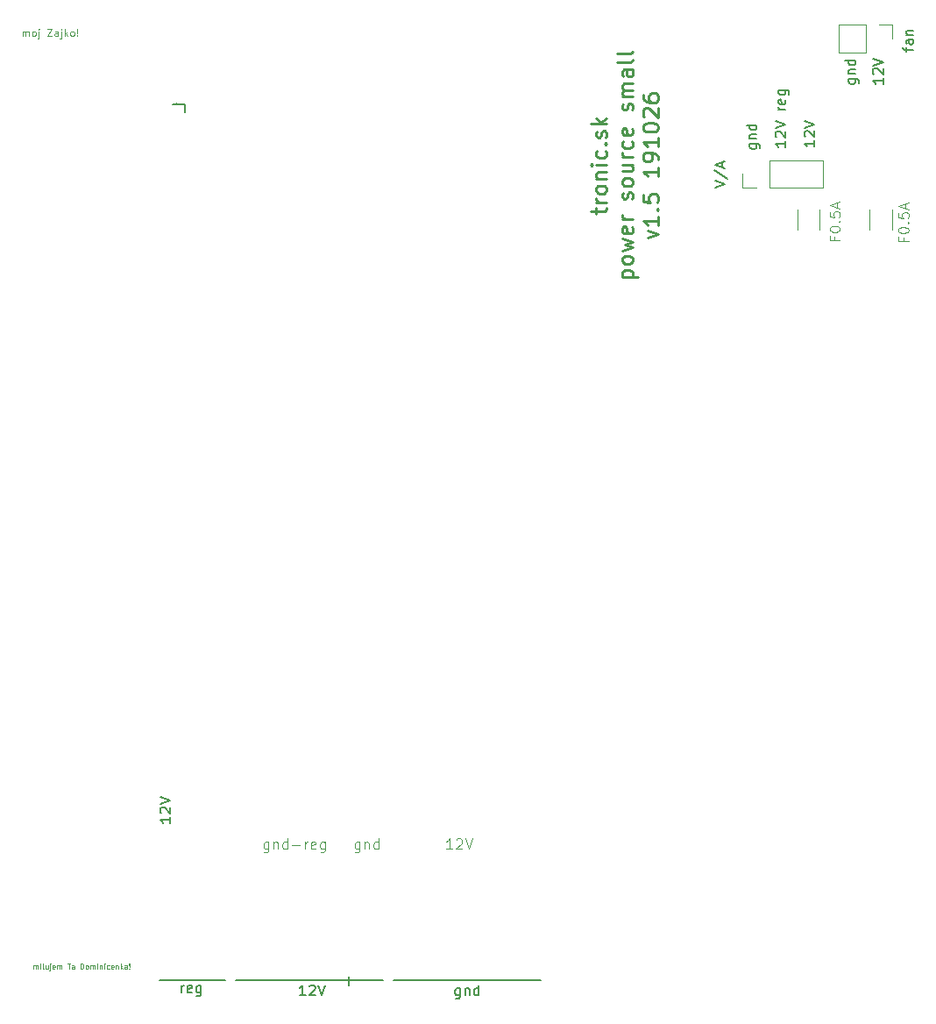
<source format=gto>
G04 #@! TF.FileFunction,Legend,Top*
%FSLAX46Y46*%
G04 Gerber Fmt 4.6, Leading zero omitted, Abs format (unit mm)*
G04 Created by KiCad (PCBNEW 4.0.7) date 10/27/19 12:55:04*
%MOMM*%
%LPD*%
G01*
G04 APERTURE LIST*
%ADD10C,0.100000*%
%ADD11C,0.200000*%
%ADD12C,0.050000*%
%ADD13C,0.075000*%
%ADD14C,0.250000*%
%ADD15C,0.120000*%
%ADD16C,0.150000*%
G04 APERTURE END LIST*
D10*
D11*
X226607714Y-25936438D02*
X226607714Y-25555486D01*
X227274381Y-25793581D02*
X226417238Y-25793581D01*
X226322000Y-25745962D01*
X226274381Y-25650724D01*
X226274381Y-25555486D01*
X227274381Y-24793580D02*
X226750571Y-24793580D01*
X226655333Y-24841199D01*
X226607714Y-24936437D01*
X226607714Y-25126914D01*
X226655333Y-25222152D01*
X227226762Y-24793580D02*
X227274381Y-24888818D01*
X227274381Y-25126914D01*
X227226762Y-25222152D01*
X227131524Y-25269771D01*
X227036286Y-25269771D01*
X226941048Y-25222152D01*
X226893429Y-25126914D01*
X226893429Y-24888818D01*
X226845810Y-24793580D01*
X226607714Y-24317390D02*
X227274381Y-24317390D01*
X226702952Y-24317390D02*
X226655333Y-24269771D01*
X226607714Y-24174533D01*
X226607714Y-24031675D01*
X226655333Y-23936437D01*
X226750571Y-23888818D01*
X227274381Y-23888818D01*
D10*
X226318771Y-43944990D02*
X226318771Y-44278324D01*
X226842581Y-44278324D02*
X225842581Y-44278324D01*
X225842581Y-43802133D01*
X225842581Y-43230705D02*
X225842581Y-43135466D01*
X225890200Y-43040228D01*
X225937819Y-42992609D01*
X226033057Y-42944990D01*
X226223533Y-42897371D01*
X226461629Y-42897371D01*
X226652105Y-42944990D01*
X226747343Y-42992609D01*
X226794962Y-43040228D01*
X226842581Y-43135466D01*
X226842581Y-43230705D01*
X226794962Y-43325943D01*
X226747343Y-43373562D01*
X226652105Y-43421181D01*
X226461629Y-43468800D01*
X226223533Y-43468800D01*
X226033057Y-43421181D01*
X225937819Y-43373562D01*
X225890200Y-43325943D01*
X225842581Y-43230705D01*
X226747343Y-42468800D02*
X226794962Y-42421181D01*
X226842581Y-42468800D01*
X226794962Y-42516419D01*
X226747343Y-42468800D01*
X226842581Y-42468800D01*
X225842581Y-41516419D02*
X225842581Y-41992610D01*
X226318771Y-42040229D01*
X226271152Y-41992610D01*
X226223533Y-41897372D01*
X226223533Y-41659276D01*
X226271152Y-41564038D01*
X226318771Y-41516419D01*
X226414010Y-41468800D01*
X226652105Y-41468800D01*
X226747343Y-41516419D01*
X226794962Y-41564038D01*
X226842581Y-41659276D01*
X226842581Y-41897372D01*
X226794962Y-41992610D01*
X226747343Y-42040229D01*
X226556867Y-41087848D02*
X226556867Y-40611657D01*
X226842581Y-41183086D02*
X225842581Y-40849753D01*
X226842581Y-40516419D01*
X219689371Y-43843390D02*
X219689371Y-44176724D01*
X220213181Y-44176724D02*
X219213181Y-44176724D01*
X219213181Y-43700533D01*
X219213181Y-43129105D02*
X219213181Y-43033866D01*
X219260800Y-42938628D01*
X219308419Y-42891009D01*
X219403657Y-42843390D01*
X219594133Y-42795771D01*
X219832229Y-42795771D01*
X220022705Y-42843390D01*
X220117943Y-42891009D01*
X220165562Y-42938628D01*
X220213181Y-43033866D01*
X220213181Y-43129105D01*
X220165562Y-43224343D01*
X220117943Y-43271962D01*
X220022705Y-43319581D01*
X219832229Y-43367200D01*
X219594133Y-43367200D01*
X219403657Y-43319581D01*
X219308419Y-43271962D01*
X219260800Y-43224343D01*
X219213181Y-43129105D01*
X220117943Y-42367200D02*
X220165562Y-42319581D01*
X220213181Y-42367200D01*
X220165562Y-42414819D01*
X220117943Y-42367200D01*
X220213181Y-42367200D01*
X219213181Y-41414819D02*
X219213181Y-41891010D01*
X219689371Y-41938629D01*
X219641752Y-41891010D01*
X219594133Y-41795772D01*
X219594133Y-41557676D01*
X219641752Y-41462438D01*
X219689371Y-41414819D01*
X219784610Y-41367200D01*
X220022705Y-41367200D01*
X220117943Y-41414819D01*
X220165562Y-41462438D01*
X220213181Y-41557676D01*
X220213181Y-41795772D01*
X220165562Y-41891010D01*
X220117943Y-41938629D01*
X219927467Y-40986248D02*
X219927467Y-40510057D01*
X220213181Y-41081486D02*
X219213181Y-40748153D01*
X220213181Y-40414819D01*
D11*
X208113381Y-39106314D02*
X209113381Y-38772981D01*
X208113381Y-38439647D01*
X208065762Y-37392028D02*
X209351476Y-38249171D01*
X208827667Y-37106314D02*
X208827667Y-36630123D01*
X209113381Y-37201552D02*
X208113381Y-36868219D01*
X209113381Y-36534885D01*
D12*
X142308049Y-114526190D02*
X142308049Y-114192857D01*
X142308049Y-114240476D02*
X142331858Y-114216667D01*
X142379477Y-114192857D01*
X142450906Y-114192857D01*
X142498525Y-114216667D01*
X142522334Y-114264286D01*
X142522334Y-114526190D01*
X142522334Y-114264286D02*
X142546144Y-114216667D01*
X142593763Y-114192857D01*
X142665191Y-114192857D01*
X142712811Y-114216667D01*
X142736620Y-114264286D01*
X142736620Y-114526190D01*
X142974716Y-114526190D02*
X142974716Y-114192857D01*
X142974716Y-114026190D02*
X142950906Y-114050000D01*
X142974716Y-114073810D01*
X142998525Y-114050000D01*
X142974716Y-114026190D01*
X142974716Y-114073810D01*
X143284239Y-114526190D02*
X143236620Y-114502381D01*
X143212811Y-114454762D01*
X143212811Y-114026190D01*
X143689001Y-114192857D02*
X143689001Y-114526190D01*
X143474716Y-114192857D02*
X143474716Y-114454762D01*
X143498525Y-114502381D01*
X143546144Y-114526190D01*
X143617573Y-114526190D01*
X143665192Y-114502381D01*
X143689001Y-114478571D01*
X143927097Y-114192857D02*
X143927097Y-114621429D01*
X143903287Y-114669048D01*
X143855668Y-114692857D01*
X143831859Y-114692857D01*
X143927097Y-114026190D02*
X143903287Y-114050000D01*
X143927097Y-114073810D01*
X143950906Y-114050000D01*
X143927097Y-114026190D01*
X143927097Y-114073810D01*
X144355668Y-114502381D02*
X144308049Y-114526190D01*
X144212811Y-114526190D01*
X144165192Y-114502381D01*
X144141382Y-114454762D01*
X144141382Y-114264286D01*
X144165192Y-114216667D01*
X144212811Y-114192857D01*
X144308049Y-114192857D01*
X144355668Y-114216667D01*
X144379477Y-114264286D01*
X144379477Y-114311905D01*
X144141382Y-114359524D01*
X144593763Y-114526190D02*
X144593763Y-114192857D01*
X144593763Y-114240476D02*
X144617572Y-114216667D01*
X144665191Y-114192857D01*
X144736620Y-114192857D01*
X144784239Y-114216667D01*
X144808048Y-114264286D01*
X144808048Y-114526190D01*
X144808048Y-114264286D02*
X144831858Y-114216667D01*
X144879477Y-114192857D01*
X144950905Y-114192857D01*
X144998525Y-114216667D01*
X145022334Y-114264286D01*
X145022334Y-114526190D01*
X145569953Y-114026190D02*
X145855667Y-114026190D01*
X145712810Y-114526190D02*
X145712810Y-114026190D01*
X146236619Y-114526190D02*
X146236619Y-114264286D01*
X146212810Y-114216667D01*
X146165191Y-114192857D01*
X146069953Y-114192857D01*
X146022334Y-114216667D01*
X146236619Y-114502381D02*
X146189000Y-114526190D01*
X146069953Y-114526190D01*
X146022334Y-114502381D01*
X145998524Y-114454762D01*
X145998524Y-114407143D01*
X146022334Y-114359524D01*
X146069953Y-114335714D01*
X146189000Y-114335714D01*
X146236619Y-114311905D01*
X146855667Y-114526190D02*
X146855667Y-114026190D01*
X146974714Y-114026190D01*
X147046143Y-114050000D01*
X147093762Y-114097619D01*
X147117571Y-114145238D01*
X147141381Y-114240476D01*
X147141381Y-114311905D01*
X147117571Y-114407143D01*
X147093762Y-114454762D01*
X147046143Y-114502381D01*
X146974714Y-114526190D01*
X146855667Y-114526190D01*
X147427095Y-114526190D02*
X147379476Y-114502381D01*
X147355667Y-114478571D01*
X147331857Y-114430952D01*
X147331857Y-114288095D01*
X147355667Y-114240476D01*
X147379476Y-114216667D01*
X147427095Y-114192857D01*
X147498524Y-114192857D01*
X147546143Y-114216667D01*
X147569952Y-114240476D01*
X147593762Y-114288095D01*
X147593762Y-114430952D01*
X147569952Y-114478571D01*
X147546143Y-114502381D01*
X147498524Y-114526190D01*
X147427095Y-114526190D01*
X147808048Y-114526190D02*
X147808048Y-114192857D01*
X147808048Y-114240476D02*
X147831857Y-114216667D01*
X147879476Y-114192857D01*
X147950905Y-114192857D01*
X147998524Y-114216667D01*
X148022333Y-114264286D01*
X148022333Y-114526190D01*
X148022333Y-114264286D02*
X148046143Y-114216667D01*
X148093762Y-114192857D01*
X148165190Y-114192857D01*
X148212810Y-114216667D01*
X148236619Y-114264286D01*
X148236619Y-114526190D01*
X148474715Y-114526190D02*
X148474715Y-114192857D01*
X148474715Y-114026190D02*
X148450905Y-114050000D01*
X148474715Y-114073810D01*
X148498524Y-114050000D01*
X148474715Y-114026190D01*
X148474715Y-114073810D01*
X148712810Y-114192857D02*
X148712810Y-114526190D01*
X148712810Y-114240476D02*
X148736619Y-114216667D01*
X148784238Y-114192857D01*
X148855667Y-114192857D01*
X148903286Y-114216667D01*
X148927095Y-114264286D01*
X148927095Y-114526190D01*
X149165191Y-114526190D02*
X149165191Y-114192857D01*
X149165191Y-114026190D02*
X149141381Y-114050000D01*
X149165191Y-114073810D01*
X149189000Y-114050000D01*
X149165191Y-114026190D01*
X149165191Y-114073810D01*
X149617571Y-114502381D02*
X149569952Y-114526190D01*
X149474714Y-114526190D01*
X149427095Y-114502381D01*
X149403286Y-114478571D01*
X149379476Y-114430952D01*
X149379476Y-114288095D01*
X149403286Y-114240476D01*
X149427095Y-114216667D01*
X149474714Y-114192857D01*
X149569952Y-114192857D01*
X149617571Y-114216667D01*
X150022333Y-114502381D02*
X149974714Y-114526190D01*
X149879476Y-114526190D01*
X149831857Y-114502381D01*
X149808047Y-114454762D01*
X149808047Y-114264286D01*
X149831857Y-114216667D01*
X149879476Y-114192857D01*
X149974714Y-114192857D01*
X150022333Y-114216667D01*
X150046142Y-114264286D01*
X150046142Y-114311905D01*
X149808047Y-114359524D01*
X150260428Y-114192857D02*
X150260428Y-114526190D01*
X150260428Y-114240476D02*
X150284237Y-114216667D01*
X150331856Y-114192857D01*
X150403285Y-114192857D01*
X150450904Y-114216667D01*
X150474713Y-114264286D01*
X150474713Y-114526190D01*
X150712809Y-114526190D02*
X150712809Y-114026190D01*
X150760428Y-114335714D02*
X150903285Y-114526190D01*
X150903285Y-114192857D02*
X150712809Y-114383333D01*
X151331856Y-114526190D02*
X151331856Y-114264286D01*
X151308047Y-114216667D01*
X151260428Y-114192857D01*
X151165190Y-114192857D01*
X151117571Y-114216667D01*
X151331856Y-114502381D02*
X151284237Y-114526190D01*
X151165190Y-114526190D01*
X151117571Y-114502381D01*
X151093761Y-114454762D01*
X151093761Y-114407143D01*
X151117571Y-114359524D01*
X151165190Y-114335714D01*
X151284237Y-114335714D01*
X151331856Y-114311905D01*
X151569952Y-114478571D02*
X151593761Y-114502381D01*
X151569952Y-114526190D01*
X151546142Y-114502381D01*
X151569952Y-114478571D01*
X151569952Y-114526190D01*
X151569952Y-114335714D02*
X151546142Y-114050000D01*
X151569952Y-114026190D01*
X151593761Y-114050000D01*
X151569952Y-114335714D01*
X151569952Y-114026190D01*
D11*
X156133800Y-31013400D02*
X156108400Y-30988000D01*
X156972000Y-31013400D02*
X156133800Y-31013400D01*
X156972000Y-31826200D02*
X156972000Y-31013400D01*
X156972000Y-31013400D02*
X156972000Y-31826200D01*
X156972000Y-31013400D02*
X156972000Y-31750000D01*
X155727400Y-31013400D02*
X156972000Y-31013400D01*
X156972000Y-31013400D02*
X155727400Y-31013400D01*
D10*
X182768953Y-102941381D02*
X182197524Y-102941381D01*
X182483238Y-102941381D02*
X182483238Y-101941381D01*
X182388000Y-102084238D01*
X182292762Y-102179476D01*
X182197524Y-102227095D01*
X183149905Y-102036619D02*
X183197524Y-101989000D01*
X183292762Y-101941381D01*
X183530858Y-101941381D01*
X183626096Y-101989000D01*
X183673715Y-102036619D01*
X183721334Y-102131857D01*
X183721334Y-102227095D01*
X183673715Y-102369952D01*
X183102286Y-102941381D01*
X183721334Y-102941381D01*
X184007048Y-101941381D02*
X184340381Y-102941381D01*
X184673715Y-101941381D01*
X173807524Y-102274714D02*
X173807524Y-103084238D01*
X173759905Y-103179476D01*
X173712286Y-103227095D01*
X173617047Y-103274714D01*
X173474190Y-103274714D01*
X173378952Y-103227095D01*
X173807524Y-102893762D02*
X173712286Y-102941381D01*
X173521809Y-102941381D01*
X173426571Y-102893762D01*
X173378952Y-102846143D01*
X173331333Y-102750905D01*
X173331333Y-102465190D01*
X173378952Y-102369952D01*
X173426571Y-102322333D01*
X173521809Y-102274714D01*
X173712286Y-102274714D01*
X173807524Y-102322333D01*
X174283714Y-102274714D02*
X174283714Y-102941381D01*
X174283714Y-102369952D02*
X174331333Y-102322333D01*
X174426571Y-102274714D01*
X174569429Y-102274714D01*
X174664667Y-102322333D01*
X174712286Y-102417571D01*
X174712286Y-102941381D01*
X175617048Y-102941381D02*
X175617048Y-101941381D01*
X175617048Y-102893762D02*
X175521810Y-102941381D01*
X175331333Y-102941381D01*
X175236095Y-102893762D01*
X175188476Y-102846143D01*
X175140857Y-102750905D01*
X175140857Y-102465190D01*
X175188476Y-102369952D01*
X175236095Y-102322333D01*
X175331333Y-102274714D01*
X175521810Y-102274714D01*
X175617048Y-102322333D01*
X165013000Y-102274714D02*
X165013000Y-103084238D01*
X164965381Y-103179476D01*
X164917762Y-103227095D01*
X164822523Y-103274714D01*
X164679666Y-103274714D01*
X164584428Y-103227095D01*
X165013000Y-102893762D02*
X164917762Y-102941381D01*
X164727285Y-102941381D01*
X164632047Y-102893762D01*
X164584428Y-102846143D01*
X164536809Y-102750905D01*
X164536809Y-102465190D01*
X164584428Y-102369952D01*
X164632047Y-102322333D01*
X164727285Y-102274714D01*
X164917762Y-102274714D01*
X165013000Y-102322333D01*
X165489190Y-102274714D02*
X165489190Y-102941381D01*
X165489190Y-102369952D02*
X165536809Y-102322333D01*
X165632047Y-102274714D01*
X165774905Y-102274714D01*
X165870143Y-102322333D01*
X165917762Y-102417571D01*
X165917762Y-102941381D01*
X166822524Y-102941381D02*
X166822524Y-101941381D01*
X166822524Y-102893762D02*
X166727286Y-102941381D01*
X166536809Y-102941381D01*
X166441571Y-102893762D01*
X166393952Y-102846143D01*
X166346333Y-102750905D01*
X166346333Y-102465190D01*
X166393952Y-102369952D01*
X166441571Y-102322333D01*
X166536809Y-102274714D01*
X166727286Y-102274714D01*
X166822524Y-102322333D01*
X167298714Y-102560429D02*
X168060619Y-102560429D01*
X168536809Y-102941381D02*
X168536809Y-102274714D01*
X168536809Y-102465190D02*
X168584428Y-102369952D01*
X168632047Y-102322333D01*
X168727285Y-102274714D01*
X168822524Y-102274714D01*
X169536810Y-102893762D02*
X169441572Y-102941381D01*
X169251095Y-102941381D01*
X169155857Y-102893762D01*
X169108238Y-102798524D01*
X169108238Y-102417571D01*
X169155857Y-102322333D01*
X169251095Y-102274714D01*
X169441572Y-102274714D01*
X169536810Y-102322333D01*
X169584429Y-102417571D01*
X169584429Y-102512810D01*
X169108238Y-102608048D01*
X170441572Y-102274714D02*
X170441572Y-103084238D01*
X170393953Y-103179476D01*
X170346334Y-103227095D01*
X170251095Y-103274714D01*
X170108238Y-103274714D01*
X170013000Y-103227095D01*
X170441572Y-102893762D02*
X170346334Y-102941381D01*
X170155857Y-102941381D01*
X170060619Y-102893762D01*
X170013000Y-102846143D01*
X169965381Y-102750905D01*
X169965381Y-102465190D01*
X170013000Y-102369952D01*
X170060619Y-102322333D01*
X170155857Y-102274714D01*
X170346334Y-102274714D01*
X170441572Y-102322333D01*
D11*
X172783500Y-115316000D02*
X172783500Y-116141500D01*
X221045114Y-28579676D02*
X221854638Y-28579676D01*
X221949876Y-28627295D01*
X221997495Y-28674914D01*
X222045114Y-28770153D01*
X222045114Y-28913010D01*
X221997495Y-29008248D01*
X221664162Y-28579676D02*
X221711781Y-28674914D01*
X221711781Y-28865391D01*
X221664162Y-28960629D01*
X221616543Y-29008248D01*
X221521305Y-29055867D01*
X221235590Y-29055867D01*
X221140352Y-29008248D01*
X221092733Y-28960629D01*
X221045114Y-28865391D01*
X221045114Y-28674914D01*
X221092733Y-28579676D01*
X221045114Y-28103486D02*
X221711781Y-28103486D01*
X221140352Y-28103486D02*
X221092733Y-28055867D01*
X221045114Y-27960629D01*
X221045114Y-27817771D01*
X221092733Y-27722533D01*
X221187971Y-27674914D01*
X221711781Y-27674914D01*
X221711781Y-26770152D02*
X220711781Y-26770152D01*
X221664162Y-26770152D02*
X221711781Y-26865390D01*
X221711781Y-27055867D01*
X221664162Y-27151105D01*
X221616543Y-27198724D01*
X221521305Y-27246343D01*
X221235590Y-27246343D01*
X221140352Y-27198724D01*
X221092733Y-27151105D01*
X221045114Y-27055867D01*
X221045114Y-26865390D01*
X221092733Y-26770152D01*
X224378781Y-28508247D02*
X224378781Y-29079676D01*
X224378781Y-28793962D02*
X223378781Y-28793962D01*
X223521638Y-28889200D01*
X223616876Y-28984438D01*
X223664495Y-29079676D01*
X223474019Y-28127295D02*
X223426400Y-28079676D01*
X223378781Y-27984438D01*
X223378781Y-27746342D01*
X223426400Y-27651104D01*
X223474019Y-27603485D01*
X223569257Y-27555866D01*
X223664495Y-27555866D01*
X223807352Y-27603485D01*
X224378781Y-28174914D01*
X224378781Y-27555866D01*
X223378781Y-27270152D02*
X224378781Y-26936819D01*
X223378781Y-26603485D01*
X217749381Y-34528047D02*
X217749381Y-35099476D01*
X217749381Y-34813762D02*
X216749381Y-34813762D01*
X216892238Y-34909000D01*
X216987476Y-35004238D01*
X217035095Y-35099476D01*
X216844619Y-34147095D02*
X216797000Y-34099476D01*
X216749381Y-34004238D01*
X216749381Y-33766142D01*
X216797000Y-33670904D01*
X216844619Y-33623285D01*
X216939857Y-33575666D01*
X217035095Y-33575666D01*
X217177952Y-33623285D01*
X217749381Y-34194714D01*
X217749381Y-33575666D01*
X216749381Y-33289952D02*
X217749381Y-32956619D01*
X216749381Y-32623285D01*
X214955381Y-34575476D02*
X214955381Y-35146905D01*
X214955381Y-34861191D02*
X213955381Y-34861191D01*
X214098238Y-34956429D01*
X214193476Y-35051667D01*
X214241095Y-35146905D01*
X214050619Y-34194524D02*
X214003000Y-34146905D01*
X213955381Y-34051667D01*
X213955381Y-33813571D01*
X214003000Y-33718333D01*
X214050619Y-33670714D01*
X214145857Y-33623095D01*
X214241095Y-33623095D01*
X214383952Y-33670714D01*
X214955381Y-34242143D01*
X214955381Y-33623095D01*
X213955381Y-33337381D02*
X214955381Y-33004048D01*
X213955381Y-32670714D01*
X214955381Y-31575476D02*
X214288714Y-31575476D01*
X214479190Y-31575476D02*
X214383952Y-31527857D01*
X214336333Y-31480238D01*
X214288714Y-31385000D01*
X214288714Y-31289761D01*
X214907762Y-30575475D02*
X214955381Y-30670713D01*
X214955381Y-30861190D01*
X214907762Y-30956428D01*
X214812524Y-31004047D01*
X214431571Y-31004047D01*
X214336333Y-30956428D01*
X214288714Y-30861190D01*
X214288714Y-30670713D01*
X214336333Y-30575475D01*
X214431571Y-30527856D01*
X214526810Y-30527856D01*
X214622048Y-31004047D01*
X214288714Y-29670713D02*
X215098238Y-29670713D01*
X215193476Y-29718332D01*
X215241095Y-29765951D01*
X215288714Y-29861190D01*
X215288714Y-30004047D01*
X215241095Y-30099285D01*
X214907762Y-29670713D02*
X214955381Y-29765951D01*
X214955381Y-29956428D01*
X214907762Y-30051666D01*
X214860143Y-30099285D01*
X214764905Y-30146904D01*
X214479190Y-30146904D01*
X214383952Y-30099285D01*
X214336333Y-30051666D01*
X214288714Y-29956428D01*
X214288714Y-29765951D01*
X214336333Y-29670713D01*
X211494714Y-34853476D02*
X212304238Y-34853476D01*
X212399476Y-34901095D01*
X212447095Y-34948714D01*
X212494714Y-35043953D01*
X212494714Y-35186810D01*
X212447095Y-35282048D01*
X212113762Y-34853476D02*
X212161381Y-34948714D01*
X212161381Y-35139191D01*
X212113762Y-35234429D01*
X212066143Y-35282048D01*
X211970905Y-35329667D01*
X211685190Y-35329667D01*
X211589952Y-35282048D01*
X211542333Y-35234429D01*
X211494714Y-35139191D01*
X211494714Y-34948714D01*
X211542333Y-34853476D01*
X211494714Y-34377286D02*
X212161381Y-34377286D01*
X211589952Y-34377286D02*
X211542333Y-34329667D01*
X211494714Y-34234429D01*
X211494714Y-34091571D01*
X211542333Y-33996333D01*
X211637571Y-33948714D01*
X212161381Y-33948714D01*
X212161381Y-33043952D02*
X211161381Y-33043952D01*
X212113762Y-33043952D02*
X212161381Y-33139190D01*
X212161381Y-33329667D01*
X212113762Y-33424905D01*
X212066143Y-33472524D01*
X211970905Y-33520143D01*
X211685190Y-33520143D01*
X211589952Y-33472524D01*
X211542333Y-33424905D01*
X211494714Y-33329667D01*
X211494714Y-33139190D01*
X211542333Y-33043952D01*
X155519381Y-99856847D02*
X155519381Y-100428276D01*
X155519381Y-100142562D02*
X154519381Y-100142562D01*
X154662238Y-100237800D01*
X154757476Y-100333038D01*
X154805095Y-100428276D01*
X154614619Y-99475895D02*
X154567000Y-99428276D01*
X154519381Y-99333038D01*
X154519381Y-99094942D01*
X154567000Y-98999704D01*
X154614619Y-98952085D01*
X154709857Y-98904466D01*
X154805095Y-98904466D01*
X154947952Y-98952085D01*
X155519381Y-99523514D01*
X155519381Y-98904466D01*
X154519381Y-98618752D02*
X155519381Y-98285419D01*
X154519381Y-97952085D01*
D13*
X141257668Y-24446667D02*
X141257668Y-23980000D01*
X141257668Y-24046667D02*
X141291001Y-24013333D01*
X141357668Y-23980000D01*
X141457668Y-23980000D01*
X141524334Y-24013333D01*
X141557668Y-24080000D01*
X141557668Y-24446667D01*
X141557668Y-24080000D02*
X141591001Y-24013333D01*
X141657668Y-23980000D01*
X141757668Y-23980000D01*
X141824334Y-24013333D01*
X141857668Y-24080000D01*
X141857668Y-24446667D01*
X142291001Y-24446667D02*
X142224334Y-24413333D01*
X142191001Y-24380000D01*
X142157667Y-24313333D01*
X142157667Y-24113333D01*
X142191001Y-24046667D01*
X142224334Y-24013333D01*
X142291001Y-23980000D01*
X142391001Y-23980000D01*
X142457667Y-24013333D01*
X142491001Y-24046667D01*
X142524334Y-24113333D01*
X142524334Y-24313333D01*
X142491001Y-24380000D01*
X142457667Y-24413333D01*
X142391001Y-24446667D01*
X142291001Y-24446667D01*
X142824334Y-23980000D02*
X142824334Y-24580000D01*
X142791000Y-24646667D01*
X142724334Y-24680000D01*
X142691000Y-24680000D01*
X142824334Y-23746667D02*
X142791000Y-23780000D01*
X142824334Y-23813333D01*
X142857667Y-23780000D01*
X142824334Y-23746667D01*
X142824334Y-23813333D01*
X143624333Y-23746667D02*
X144091000Y-23746667D01*
X143624333Y-24446667D01*
X144091000Y-24446667D01*
X144657667Y-24446667D02*
X144657667Y-24080000D01*
X144624333Y-24013333D01*
X144557667Y-23980000D01*
X144424333Y-23980000D01*
X144357667Y-24013333D01*
X144657667Y-24413333D02*
X144591000Y-24446667D01*
X144424333Y-24446667D01*
X144357667Y-24413333D01*
X144324333Y-24346667D01*
X144324333Y-24280000D01*
X144357667Y-24213333D01*
X144424333Y-24180000D01*
X144591000Y-24180000D01*
X144657667Y-24146667D01*
X144991000Y-23980000D02*
X144991000Y-24580000D01*
X144957666Y-24646667D01*
X144891000Y-24680000D01*
X144857666Y-24680000D01*
X144991000Y-23746667D02*
X144957666Y-23780000D01*
X144991000Y-23813333D01*
X145024333Y-23780000D01*
X144991000Y-23746667D01*
X144991000Y-23813333D01*
X145324333Y-24446667D02*
X145324333Y-23746667D01*
X145390999Y-24180000D02*
X145590999Y-24446667D01*
X145590999Y-23980000D02*
X145324333Y-24246667D01*
X145991000Y-24446667D02*
X145924333Y-24413333D01*
X145891000Y-24380000D01*
X145857666Y-24313333D01*
X145857666Y-24113333D01*
X145891000Y-24046667D01*
X145924333Y-24013333D01*
X145991000Y-23980000D01*
X146091000Y-23980000D01*
X146157666Y-24013333D01*
X146191000Y-24046667D01*
X146224333Y-24113333D01*
X146224333Y-24313333D01*
X146191000Y-24380000D01*
X146157666Y-24413333D01*
X146091000Y-24446667D01*
X145991000Y-24446667D01*
X146524333Y-24380000D02*
X146557666Y-24413333D01*
X146524333Y-24446667D01*
X146490999Y-24413333D01*
X146524333Y-24380000D01*
X146524333Y-24446667D01*
X146524333Y-24180000D02*
X146490999Y-23780000D01*
X146524333Y-23746667D01*
X146557666Y-23780000D01*
X146524333Y-24180000D01*
X146524333Y-23746667D01*
D14*
X196670171Y-41584772D02*
X196670171Y-41013343D01*
X196170171Y-41370486D02*
X197455886Y-41370486D01*
X197598743Y-41299058D01*
X197670171Y-41156200D01*
X197670171Y-41013343D01*
X197670171Y-40513343D02*
X196670171Y-40513343D01*
X196955886Y-40513343D02*
X196813029Y-40441915D01*
X196741600Y-40370486D01*
X196670171Y-40227629D01*
X196670171Y-40084772D01*
X197670171Y-39370486D02*
X197598743Y-39513344D01*
X197527314Y-39584772D01*
X197384457Y-39656201D01*
X196955886Y-39656201D01*
X196813029Y-39584772D01*
X196741600Y-39513344D01*
X196670171Y-39370486D01*
X196670171Y-39156201D01*
X196741600Y-39013344D01*
X196813029Y-38941915D01*
X196955886Y-38870486D01*
X197384457Y-38870486D01*
X197527314Y-38941915D01*
X197598743Y-39013344D01*
X197670171Y-39156201D01*
X197670171Y-39370486D01*
X196670171Y-38227629D02*
X197670171Y-38227629D01*
X196813029Y-38227629D02*
X196741600Y-38156201D01*
X196670171Y-38013343D01*
X196670171Y-37799058D01*
X196741600Y-37656201D01*
X196884457Y-37584772D01*
X197670171Y-37584772D01*
X197670171Y-36870486D02*
X196670171Y-36870486D01*
X196170171Y-36870486D02*
X196241600Y-36941915D01*
X196313029Y-36870486D01*
X196241600Y-36799058D01*
X196170171Y-36870486D01*
X196313029Y-36870486D01*
X197598743Y-35513343D02*
X197670171Y-35656200D01*
X197670171Y-35941914D01*
X197598743Y-36084772D01*
X197527314Y-36156200D01*
X197384457Y-36227629D01*
X196955886Y-36227629D01*
X196813029Y-36156200D01*
X196741600Y-36084772D01*
X196670171Y-35941914D01*
X196670171Y-35656200D01*
X196741600Y-35513343D01*
X197527314Y-34870486D02*
X197598743Y-34799058D01*
X197670171Y-34870486D01*
X197598743Y-34941915D01*
X197527314Y-34870486D01*
X197670171Y-34870486D01*
X197598743Y-34227629D02*
X197670171Y-34084772D01*
X197670171Y-33799057D01*
X197598743Y-33656200D01*
X197455886Y-33584772D01*
X197384457Y-33584772D01*
X197241600Y-33656200D01*
X197170171Y-33799057D01*
X197170171Y-34013343D01*
X197098743Y-34156200D01*
X196955886Y-34227629D01*
X196884457Y-34227629D01*
X196741600Y-34156200D01*
X196670171Y-34013343D01*
X196670171Y-33799057D01*
X196741600Y-33656200D01*
X197670171Y-32941914D02*
X196170171Y-32941914D01*
X197098743Y-32799057D02*
X197670171Y-32370486D01*
X196670171Y-32370486D02*
X197241600Y-32941914D01*
X199170171Y-47727628D02*
X200670171Y-47727628D01*
X199241600Y-47727628D02*
X199170171Y-47584771D01*
X199170171Y-47299057D01*
X199241600Y-47156200D01*
X199313029Y-47084771D01*
X199455886Y-47013342D01*
X199884457Y-47013342D01*
X200027314Y-47084771D01*
X200098743Y-47156200D01*
X200170171Y-47299057D01*
X200170171Y-47584771D01*
X200098743Y-47727628D01*
X200170171Y-46156199D02*
X200098743Y-46299057D01*
X200027314Y-46370485D01*
X199884457Y-46441914D01*
X199455886Y-46441914D01*
X199313029Y-46370485D01*
X199241600Y-46299057D01*
X199170171Y-46156199D01*
X199170171Y-45941914D01*
X199241600Y-45799057D01*
X199313029Y-45727628D01*
X199455886Y-45656199D01*
X199884457Y-45656199D01*
X200027314Y-45727628D01*
X200098743Y-45799057D01*
X200170171Y-45941914D01*
X200170171Y-46156199D01*
X199170171Y-45156199D02*
X200170171Y-44870485D01*
X199455886Y-44584771D01*
X200170171Y-44299056D01*
X199170171Y-44013342D01*
X200098743Y-42870485D02*
X200170171Y-43013342D01*
X200170171Y-43299056D01*
X200098743Y-43441913D01*
X199955886Y-43513342D01*
X199384457Y-43513342D01*
X199241600Y-43441913D01*
X199170171Y-43299056D01*
X199170171Y-43013342D01*
X199241600Y-42870485D01*
X199384457Y-42799056D01*
X199527314Y-42799056D01*
X199670171Y-43513342D01*
X200170171Y-42156199D02*
X199170171Y-42156199D01*
X199455886Y-42156199D02*
X199313029Y-42084771D01*
X199241600Y-42013342D01*
X199170171Y-41870485D01*
X199170171Y-41727628D01*
X200098743Y-40156200D02*
X200170171Y-40013343D01*
X200170171Y-39727628D01*
X200098743Y-39584771D01*
X199955886Y-39513343D01*
X199884457Y-39513343D01*
X199741600Y-39584771D01*
X199670171Y-39727628D01*
X199670171Y-39941914D01*
X199598743Y-40084771D01*
X199455886Y-40156200D01*
X199384457Y-40156200D01*
X199241600Y-40084771D01*
X199170171Y-39941914D01*
X199170171Y-39727628D01*
X199241600Y-39584771D01*
X200170171Y-38656199D02*
X200098743Y-38799057D01*
X200027314Y-38870485D01*
X199884457Y-38941914D01*
X199455886Y-38941914D01*
X199313029Y-38870485D01*
X199241600Y-38799057D01*
X199170171Y-38656199D01*
X199170171Y-38441914D01*
X199241600Y-38299057D01*
X199313029Y-38227628D01*
X199455886Y-38156199D01*
X199884457Y-38156199D01*
X200027314Y-38227628D01*
X200098743Y-38299057D01*
X200170171Y-38441914D01*
X200170171Y-38656199D01*
X199170171Y-36870485D02*
X200170171Y-36870485D01*
X199170171Y-37513342D02*
X199955886Y-37513342D01*
X200098743Y-37441914D01*
X200170171Y-37299056D01*
X200170171Y-37084771D01*
X200098743Y-36941914D01*
X200027314Y-36870485D01*
X200170171Y-36156199D02*
X199170171Y-36156199D01*
X199455886Y-36156199D02*
X199313029Y-36084771D01*
X199241600Y-36013342D01*
X199170171Y-35870485D01*
X199170171Y-35727628D01*
X200098743Y-34584771D02*
X200170171Y-34727628D01*
X200170171Y-35013342D01*
X200098743Y-35156200D01*
X200027314Y-35227628D01*
X199884457Y-35299057D01*
X199455886Y-35299057D01*
X199313029Y-35227628D01*
X199241600Y-35156200D01*
X199170171Y-35013342D01*
X199170171Y-34727628D01*
X199241600Y-34584771D01*
X200098743Y-33370486D02*
X200170171Y-33513343D01*
X200170171Y-33799057D01*
X200098743Y-33941914D01*
X199955886Y-34013343D01*
X199384457Y-34013343D01*
X199241600Y-33941914D01*
X199170171Y-33799057D01*
X199170171Y-33513343D01*
X199241600Y-33370486D01*
X199384457Y-33299057D01*
X199527314Y-33299057D01*
X199670171Y-34013343D01*
X200098743Y-31584772D02*
X200170171Y-31441915D01*
X200170171Y-31156200D01*
X200098743Y-31013343D01*
X199955886Y-30941915D01*
X199884457Y-30941915D01*
X199741600Y-31013343D01*
X199670171Y-31156200D01*
X199670171Y-31370486D01*
X199598743Y-31513343D01*
X199455886Y-31584772D01*
X199384457Y-31584772D01*
X199241600Y-31513343D01*
X199170171Y-31370486D01*
X199170171Y-31156200D01*
X199241600Y-31013343D01*
X200170171Y-30299057D02*
X199170171Y-30299057D01*
X199313029Y-30299057D02*
X199241600Y-30227629D01*
X199170171Y-30084771D01*
X199170171Y-29870486D01*
X199241600Y-29727629D01*
X199384457Y-29656200D01*
X200170171Y-29656200D01*
X199384457Y-29656200D02*
X199241600Y-29584771D01*
X199170171Y-29441914D01*
X199170171Y-29227629D01*
X199241600Y-29084771D01*
X199384457Y-29013343D01*
X200170171Y-29013343D01*
X200170171Y-27656200D02*
X199384457Y-27656200D01*
X199241600Y-27727629D01*
X199170171Y-27870486D01*
X199170171Y-28156200D01*
X199241600Y-28299057D01*
X200098743Y-27656200D02*
X200170171Y-27799057D01*
X200170171Y-28156200D01*
X200098743Y-28299057D01*
X199955886Y-28370486D01*
X199813029Y-28370486D01*
X199670171Y-28299057D01*
X199598743Y-28156200D01*
X199598743Y-27799057D01*
X199527314Y-27656200D01*
X200170171Y-26727628D02*
X200098743Y-26870486D01*
X199955886Y-26941914D01*
X198670171Y-26941914D01*
X200170171Y-25941914D02*
X200098743Y-26084772D01*
X199955886Y-26156200D01*
X198670171Y-26156200D01*
X201670171Y-43906198D02*
X202670171Y-43549055D01*
X201670171Y-43191913D01*
X202670171Y-41834770D02*
X202670171Y-42691913D01*
X202670171Y-42263341D02*
X201170171Y-42263341D01*
X201384457Y-42406198D01*
X201527314Y-42549056D01*
X201598743Y-42691913D01*
X202527314Y-41191913D02*
X202598743Y-41120485D01*
X202670171Y-41191913D01*
X202598743Y-41263342D01*
X202527314Y-41191913D01*
X202670171Y-41191913D01*
X201170171Y-39763341D02*
X201170171Y-40477627D01*
X201884457Y-40549056D01*
X201813029Y-40477627D01*
X201741600Y-40334770D01*
X201741600Y-39977627D01*
X201813029Y-39834770D01*
X201884457Y-39763341D01*
X202027314Y-39691913D01*
X202384457Y-39691913D01*
X202527314Y-39763341D01*
X202598743Y-39834770D01*
X202670171Y-39977627D01*
X202670171Y-40334770D01*
X202598743Y-40477627D01*
X202527314Y-40549056D01*
X202670171Y-37120485D02*
X202670171Y-37977628D01*
X202670171Y-37549056D02*
X201170171Y-37549056D01*
X201384457Y-37691913D01*
X201527314Y-37834771D01*
X201598743Y-37977628D01*
X202670171Y-36406200D02*
X202670171Y-36120485D01*
X202598743Y-35977628D01*
X202527314Y-35906200D01*
X202313029Y-35763342D01*
X202027314Y-35691914D01*
X201455886Y-35691914D01*
X201313029Y-35763342D01*
X201241600Y-35834771D01*
X201170171Y-35977628D01*
X201170171Y-36263342D01*
X201241600Y-36406200D01*
X201313029Y-36477628D01*
X201455886Y-36549057D01*
X201813029Y-36549057D01*
X201955886Y-36477628D01*
X202027314Y-36406200D01*
X202098743Y-36263342D01*
X202098743Y-35977628D01*
X202027314Y-35834771D01*
X201955886Y-35763342D01*
X201813029Y-35691914D01*
X202670171Y-34263343D02*
X202670171Y-35120486D01*
X202670171Y-34691914D02*
X201170171Y-34691914D01*
X201384457Y-34834771D01*
X201527314Y-34977629D01*
X201598743Y-35120486D01*
X201170171Y-33334772D02*
X201170171Y-33191915D01*
X201241600Y-33049058D01*
X201313029Y-32977629D01*
X201455886Y-32906200D01*
X201741600Y-32834772D01*
X202098743Y-32834772D01*
X202384457Y-32906200D01*
X202527314Y-32977629D01*
X202598743Y-33049058D01*
X202670171Y-33191915D01*
X202670171Y-33334772D01*
X202598743Y-33477629D01*
X202527314Y-33549058D01*
X202384457Y-33620486D01*
X202098743Y-33691915D01*
X201741600Y-33691915D01*
X201455886Y-33620486D01*
X201313029Y-33549058D01*
X201241600Y-33477629D01*
X201170171Y-33334772D01*
X201313029Y-32263344D02*
X201241600Y-32191915D01*
X201170171Y-32049058D01*
X201170171Y-31691915D01*
X201241600Y-31549058D01*
X201313029Y-31477629D01*
X201455886Y-31406201D01*
X201598743Y-31406201D01*
X201813029Y-31477629D01*
X202670171Y-32334772D01*
X202670171Y-31406201D01*
X201170171Y-30120487D02*
X201170171Y-30406201D01*
X201241600Y-30549058D01*
X201313029Y-30620487D01*
X201527314Y-30763344D01*
X201813029Y-30834773D01*
X202384457Y-30834773D01*
X202527314Y-30763344D01*
X202598743Y-30691916D01*
X202670171Y-30549058D01*
X202670171Y-30263344D01*
X202598743Y-30120487D01*
X202527314Y-30049058D01*
X202384457Y-29977630D01*
X202027314Y-29977630D01*
X201884457Y-30049058D01*
X201813029Y-30120487D01*
X201741600Y-30263344D01*
X201741600Y-30549058D01*
X201813029Y-30691916D01*
X201884457Y-30763344D01*
X202027314Y-30834773D01*
D15*
X216100000Y-43164000D02*
X216100000Y-41164000D01*
X218240000Y-41164000D02*
X218240000Y-43164000D01*
X218550800Y-39074400D02*
X218550800Y-36414400D01*
X213410800Y-39074400D02*
X218550800Y-39074400D01*
X213410800Y-36414400D02*
X218550800Y-36414400D01*
X213410800Y-39074400D02*
X213410800Y-36414400D01*
X212140800Y-39074400D02*
X210810800Y-39074400D01*
X210810800Y-39074400D02*
X210810800Y-37744400D01*
D16*
X160832800Y-115620800D02*
X154482800Y-115620800D01*
X176072800Y-115620800D02*
X161848800Y-115620800D01*
X191312800Y-115620800D02*
X177088800Y-115620800D01*
D15*
X223085000Y-43164000D02*
X223085000Y-41164000D01*
X225225000Y-41164000D02*
X225225000Y-43164000D01*
X220081800Y-23358800D02*
X220081800Y-26018800D01*
X222681800Y-23358800D02*
X220081800Y-23358800D01*
X222681800Y-26018800D02*
X220081800Y-26018800D01*
X222681800Y-23358800D02*
X222681800Y-26018800D01*
X223951800Y-23358800D02*
X225281800Y-23358800D01*
X225281800Y-23358800D02*
X225281800Y-24688800D01*
D16*
X183510324Y-116422514D02*
X183510324Y-117232038D01*
X183462705Y-117327276D01*
X183415086Y-117374895D01*
X183319847Y-117422514D01*
X183176990Y-117422514D01*
X183081752Y-117374895D01*
X183510324Y-117041562D02*
X183415086Y-117089181D01*
X183224609Y-117089181D01*
X183129371Y-117041562D01*
X183081752Y-116993943D01*
X183034133Y-116898705D01*
X183034133Y-116612990D01*
X183081752Y-116517752D01*
X183129371Y-116470133D01*
X183224609Y-116422514D01*
X183415086Y-116422514D01*
X183510324Y-116470133D01*
X183986514Y-116422514D02*
X183986514Y-117089181D01*
X183986514Y-116517752D02*
X184034133Y-116470133D01*
X184129371Y-116422514D01*
X184272229Y-116422514D01*
X184367467Y-116470133D01*
X184415086Y-116565371D01*
X184415086Y-117089181D01*
X185319848Y-117089181D02*
X185319848Y-116089181D01*
X185319848Y-117041562D02*
X185224610Y-117089181D01*
X185034133Y-117089181D01*
X184938895Y-117041562D01*
X184891276Y-116993943D01*
X184843657Y-116898705D01*
X184843657Y-116612990D01*
X184891276Y-116517752D01*
X184938895Y-116470133D01*
X185034133Y-116422514D01*
X185224610Y-116422514D01*
X185319848Y-116470133D01*
X168595753Y-117089181D02*
X168024324Y-117089181D01*
X168310038Y-117089181D02*
X168310038Y-116089181D01*
X168214800Y-116232038D01*
X168119562Y-116327276D01*
X168024324Y-116374895D01*
X168976705Y-116184419D02*
X169024324Y-116136800D01*
X169119562Y-116089181D01*
X169357658Y-116089181D01*
X169452896Y-116136800D01*
X169500515Y-116184419D01*
X169548134Y-116279657D01*
X169548134Y-116374895D01*
X169500515Y-116517752D01*
X168929086Y-117089181D01*
X169548134Y-117089181D01*
X169833848Y-116089181D02*
X170167181Y-117089181D01*
X170500515Y-116089181D01*
X156578419Y-116835181D02*
X156578419Y-116168514D01*
X156578419Y-116358990D02*
X156626038Y-116263752D01*
X156673657Y-116216133D01*
X156768895Y-116168514D01*
X156864134Y-116168514D01*
X157578420Y-116787562D02*
X157483182Y-116835181D01*
X157292705Y-116835181D01*
X157197467Y-116787562D01*
X157149848Y-116692324D01*
X157149848Y-116311371D01*
X157197467Y-116216133D01*
X157292705Y-116168514D01*
X157483182Y-116168514D01*
X157578420Y-116216133D01*
X157626039Y-116311371D01*
X157626039Y-116406610D01*
X157149848Y-116501848D01*
X158483182Y-116168514D02*
X158483182Y-116978038D01*
X158435563Y-117073276D01*
X158387944Y-117120895D01*
X158292705Y-117168514D01*
X158149848Y-117168514D01*
X158054610Y-117120895D01*
X158483182Y-116787562D02*
X158387944Y-116835181D01*
X158197467Y-116835181D01*
X158102229Y-116787562D01*
X158054610Y-116739943D01*
X158006991Y-116644705D01*
X158006991Y-116358990D01*
X158054610Y-116263752D01*
X158102229Y-116216133D01*
X158197467Y-116168514D01*
X158387944Y-116168514D01*
X158483182Y-116216133D01*
M02*

</source>
